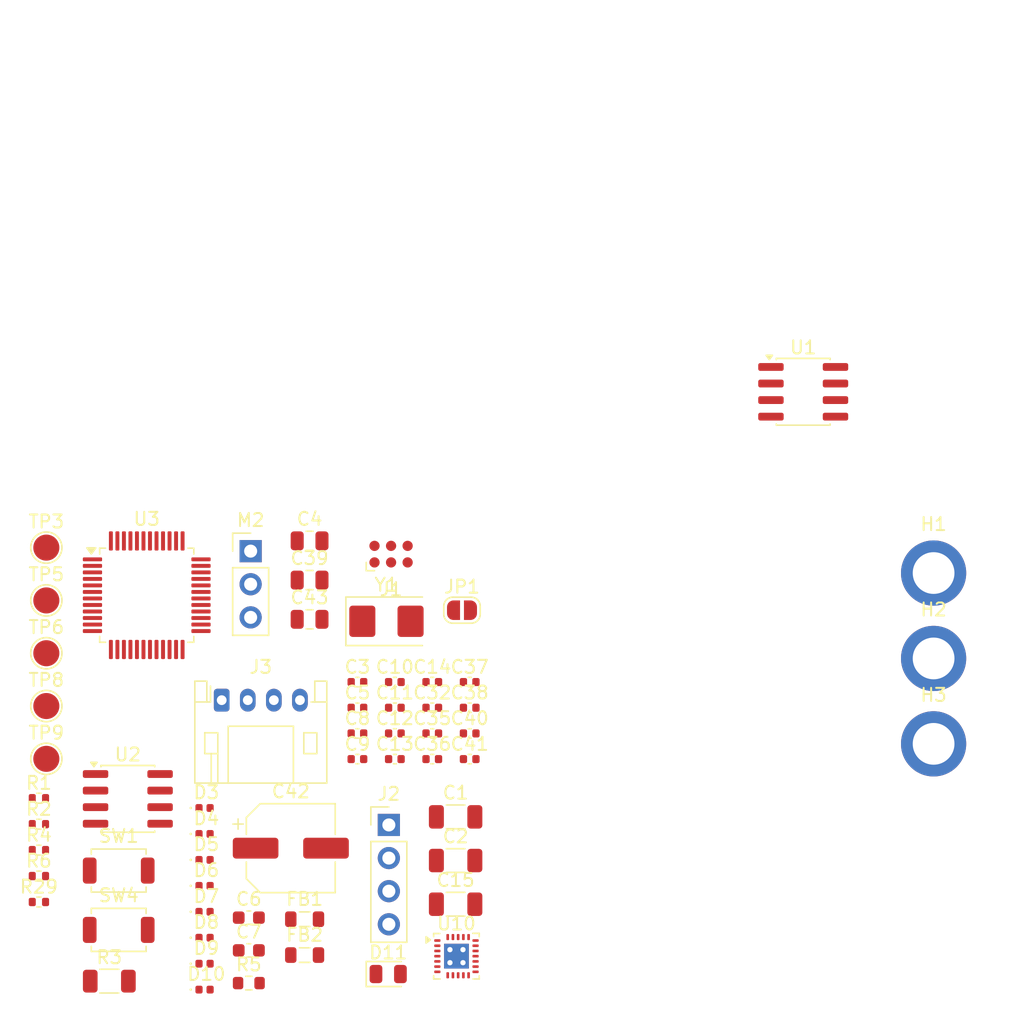
<source format=kicad_pcb>
(kicad_pcb (version 20241229) (generator "pcbnew") (generator_version "9.0")
  (layers (0 "F.Cu" signal) (2 "B.Cu" signal) (13 "F.Paste" user) (15 "B.Paste" user) (5 "F.SilkS" user "F.Silkscreen") (7 "B.SilkS" user "B.Silkscreen") (1 "F.Mask" user) (3 "B.Mask" user) (25 "Edge.Cuts" user))
  (net 0 "")
  (net 1 "+BATT")
  (net 2 "GND")
  (net 3 "+3V3")
  (net 4 "/NRST")
  (net 5 "/XTAL_I")
  (net 6 "/XTAL_RO")
  (net 7 "Net-(U3-VDDA)")
  (net 8 "Net-(U10-CSAREF)")
  (net 9 "Net-(U10-CP)")
  (net 10 "/SWO")
  (net 11 "/SWDIO")
  (net 12 "/SWCLK")
  (net 13 "/CANL")
  (net 14 "/CANH")
  (net 15 "Net-(D11-A)")
  (net 16 "Net-(J2-Pin_2)")
  (net 17 "Net-(J2-Pin_1)")
  (net 18 "Net-(J2-Pin_3)")
  (net 19 "Net-(J2-Pin_4)")
  (net 20 "Net-(JP1-B)")
  (net 21 "Net-(U10-OUTB)")
  (net 22 "Net-(U10-OUTA)")
  (net 23 "Net-(U10-OUTC)")
  (net 24 "/SCL")
  (net 25 "/SDA")
  (net 26 "/BOOT")
  (net 27 "/XTAL_O")
  (net 28 "Net-(U3-PA15)")
  (net 29 "/~{FAULT}")
  (net 30 "/SOC")
  (net 31 "/INHA")
  (net 34 "/CAN_RX")
  (net 36 "/CAN_TX")
  (net 37 "/INLC")
  (net 38 "/INHB")
  (net 40 "/INLB")
  (net 41 "/SOB")
  (net 46 "/SOA")
  (net 55 "/INLA")
  (net 56 "/INHC")
  (net 58 "+5V")
  (footprint "GLCS:Diode_DFN1006" (layer "F.Cu") (at 94.085 137.9)
    (property "Reference" "D5" (at 0.14 -1.2 0) (layer "F.SilkS"))
    (property "Value" "H5VU10U")
    (pad "1" smd roundrect (at -0.425 0) (size 0.55 0.6) (layers "F.Cu" "F.Mask" "F.Paste") (net 12 "/SWCLK"))
    (pad "2" smd roundrect (at 0.425 0) (size 0.55 0.6) (layers "F.Cu" "F.Mask" "F.Paste") (net 2 "GND"))
  )
  (footprint "Capacitor_SMD:C_0603_1608Metric" (layer "F.Cu") (at 97.48 144.84)
    (property "Reference" "C7" (at 0 -1.43 0) (layer "F.SilkS"))
    (property "Value" "20p")
    (pad "1" smd roundrect (at -0.775 0) (size 0.9 0.95) (layers "F.Cu" "F.Mask" "F.Paste") (net 6 "/XTAL_RO"))
    (pad "2" smd roundrect (at 0.775 0) (size 0.9 0.95) (layers "F.Cu" "F.Mask" "F.Paste") (net 2 "GND"))
  )
  (footprint "Button_Switch_SMD:SW_SPST_TS-1088-xR020" (layer "F.Cu") (at 87.5 138.72)
    (property "Reference" "SW1" (at 0 -2.65 0) (layer "F.SilkS"))
    (property "Value" "SW_Push")
    (pad "1" smd roundrect (at -2.225 0) (size 1.05 2) (layers "F.Cu" "F.Mask" "F.Paste") (roundrect_rratio 0.2380952381) (net 3 "+3V3"))
    (pad "2" smd roundrect (at 2.225 0) (size 1.05 2) (layers "F.Cu" "F.Mask" "F.Paste") (roundrect_rratio 0.2380952381) (net 26 "/BOOT"))
  )
  (footprint "Capacitor_SMD:C_0402_1005Metric" (layer "F.Cu") (at 114.42 124.26)
    (property "Reference" "C37" (at 0 -1.16 0) (layer "F.SilkS"))
    (property "Value" "0u1")
    (pad "1" smd roundrect (at -0.48 0) (size 0.56 0.62) (layers "F.Cu" "F.Mask" "F.Paste") (net 9 "Net-(U10-CP)"))
    (pad "2" smd roundrect (at 0.48 0) (size 0.56 0.62) (layers "F.Cu" "F.Mask" "F.Paste") (net 1 "+BATT"))
  )
  (footprint "GLCS:MountingHole_3.2mm_M3_DIN965_Pad_Thin" (layer "F.Cu") (at 150 129)
    (property "Reference" "H3" (at 0 -3.75 0) (layer "F.SilkS"))
    (property "Value" "MountingHole_Pad")
    (pad "1" thru_hole circle (at 0 0) (size 5 5) (drill 3.2) (layers "*.Cu" "*.Mask") (net 2 "GND"))
  )
  (footprint "Capacitor_SMD:C_0402_1005Metric" (layer "F.Cu") (at 114.42 128.2)
    (property "Reference" "C40" (at 0 -1.16 0) (layer "F.SilkS"))
    (property "Value" "0u1")
    (pad "1" smd roundrect (at -0.48 0) (size 0.56 0.62) (layers "F.Cu" "F.Mask" "F.Paste") (net 2 "GND"))
    (pad "2" smd roundrect (at 0.48 0) (size 0.56 0.62) (layers "F.Cu" "F.Mask" "F.Paste") (net 1 "+BATT"))
  )
  (footprint "GLCS:Diode_DFN1006" (layer "F.Cu") (at 94.085 139.89)
    (property "Reference" "D6" (at 0.14 -1.2 0) (layer "F.SilkS"))
    (property "Value" "H5VU10U")
    (pad "1" smd roundrect (at -0.425 0) (size 0.55 0.6) (layers "F.Cu" "F.Mask" "F.Paste") (net 4 "/NRST"))
    (pad "2" smd roundrect (at 0.425 0) (size 0.55 0.6) (layers "F.Cu" "F.Mask" "F.Paste") (net 2 "GND"))
  )
  (footprint "TestPoint:TestPoint_Pad_D2.0mm" (layer "F.Cu") (at 81.95 130.15)
    (property "Reference" "TP9" (at 0 -1.998 0) (layer "F.SilkS"))
    (property "Value" "TestPoint")
    (pad "1" smd circle (at 0 0) (size 2 2) (layers "F.Cu" "F.Mask") (net 8 "Net-(U10-CSAREF)"))
  )
  (footprint "Inductor_SMD:L_0805_2012Metric" (layer "F.Cu") (at 101.76 142.45)
    (property "Reference" "FB1" (at 0 -1.55 0) (layer "F.SilkS"))
    (property "Value" "600Ω@100M")
    (pad "1" smd roundrect (at -1.0625 0) (size 0.875 1.2) (layers "F.Cu" "F.Mask" "F.Paste") (net 7 "Net-(U3-VDDA)"))
    (pad "2" smd roundrect (at 1.0625 0) (size 0.875 1.2) (layers "F.Cu" "F.Mask" "F.Paste") (net 3 "+3V3"))
  )
  (footprint "Capacitor_SMD:C_0805_2012Metric" (layer "F.Cu") (at 102.14 116.44)
    (property "Reference" "C39" (at 0 -1.68 0) (layer "F.SilkS"))
    (property "Value" "10u")
    (pad "1" smd roundrect (at -0.95 0) (size 1 1.45) (layers "F.Cu" "F.Mask" "F.Paste") (net 2 "GND"))
    (pad "2" smd roundrect (at 0.95 0) (size 1 1.45) (layers "F.Cu" "F.Mask" "F.Paste") (net 1 "+BATT"))
  )
  (footprint "Capacitor_SMD:C_0402_1005Metric" (layer "F.Cu") (at 108.68 130.17)
    (property "Reference" "C13" (at 0 -1.16 0) (layer "F.SilkS"))
    (property "Value" "1u")
    (pad "1" smd roundrect (at -0.48 0) (size 0.56 0.62) (layers "F.Cu" "F.Mask" "F.Paste") (net 7 "Net-(U3-VDDA)"))
    (pad "2" smd roundrect (at 0.48 0) (size 0.56 0.62) (layers "F.Cu" "F.Mask" "F.Paste") (net 2 "GND"))
  )
  (footprint "Capacitor_SMD:C_0402_1005Metric" (layer "F.Cu") (at 114.42 126.23)
    (property "Reference" "C38" (at 0 -1.16 0) (layer "F.SilkS"))
    (property "Value" "0u1")
    (pad "1" smd roundrect (at -0.48 0) (size 0.56 0.62) (layers "F.Cu" "F.Mask" "F.Paste") (net 2 "GND"))
    (pad "2" smd roundrect (at 0.48 0) (size 0.56 0.62) (layers "F.Cu" "F.Mask" "F.Paste") (net 1 "+BATT"))
  )
  (footprint "Package_SO:SOIC-8_3.9x4.9mm_P1.27mm" (layer "F.Cu") (at 88.2 133.22)
    (property "Reference" "U2" (at 0 -3.4 0) (layer "F.SilkS"))
    (property "Value" "SN65HVD230")
    (pad "1" smd roundrect (at -2.475 -1.905) (size 1.95 0.6) (layers "F.Cu" "F.Mask" "F.Paste") (net 36 "/CAN_TX"))
    (pad "2" smd roundrect (at -2.475 -0.635) (size 1.95 0.6) (layers "F.Cu" "F.Mask" "F.Paste") (net 2 "GND"))
    (pad "3" smd roundrect (at -2.475 0.635) (size 1.95 0.6) (layers "F.Cu" "F.Mask" "F.Paste") (net 3 "+3V3"))
    (pad "4" smd roundrect (at -2.475 1.905) (size 1.95 0.6) (layers "F.Cu" "F.Mask" "F.Paste") (net 34 "/CAN_RX"))
    (pad "5" smd roundrect (at 2.475 1.905) (size 1.95 0.6) (layers "F.Cu" "F.Mask" "F.Paste"))
    (pad "6" smd roundrect (at 2.475 0.635) (size 1.95 0.6) (layers "F.Cu" "F.Mask" "F.Paste") (net 13 "/CANL"))
    (pad "7" smd roundrect (at 2.475 -0.635) (size 1.95 0.6) (layers "F.Cu" "F.Mask" "F.Paste") (net 14 "/CANH"))
    (pad "8" smd roundrect (at 2.475 -1.905) (size 1.95 0.6) (layers "F.Cu" "F.Mask" "F.Paste") (net 2 "GND"))
  )
  (footprint "Capacitor_SMD:C_0402_1005Metric" (layer "F.Cu") (at 111.55 130.17)
    (property "Reference" "C36" (at 0 -1.16 0) (layer "F.SilkS"))
    (property "Value" "10n")
    (pad "1" smd roundrect (at -0.48 0) (size 0.56 0.62) (layers "F.Cu" "F.Mask" "F.Paste") (net 8 "Net-(U10-CSAREF)"))
    (pad "2" smd roundrect (at 0.48 0) (size 0.56 0.62) (layers "F.Cu" "F.Mask" "F.Paste") (net 2 "GND"))
  )
  (footprint "Capacitor_SMD:C_0402_1005Metric" (layer "F.Cu") (at 111.55 126.23)
    (property "Reference" "C32" (at 0 -1.16 0) (layer "F.SilkS"))
    (property "Value" "1u")
    (pad "1" smd roundrect (at -0.48 0) (size 0.56 0.62) (layers "F.Cu" "F.Mask" "F.Paste") (net 3 "+3V3"))
    (pad "2" smd roundrect (at 0.48 0) (size 0.56 0.62) (layers "F.Cu" "F.Mask" "F.Paste") (net 2 "GND"))
  )
  (footprint "Jumper:SolderJumper-2_P1.3mm_Open_RoundedPad1.0x1.5mm" (layer "F.Cu") (at 113.83 118.75)
    (property "Reference" "JP1" (at 0 -1.8 0) (layer "F.SilkS"))
    (property "Value" "Jumper_2_Small_Bridged")
    (pad "1" smd custom (at -0.65 0) (size 1 0.5) (layers "F.Cu" "F.Mask") (net 13 "/CANL") (options (clearance outline) (anchor rect)) (primitives (gr_circle (center 0 0.25) (end 0.5 0.25) (width 0) (fill yes)) (gr_circle (center 0 -0.25) (end 0.5 -0.25) (width 0) (fill yes)) (gr_poly (pts (xy 0.5 0.75) (xy 0 0.75) (xy 0 -0.75) (xy 0.5 -0.75)) (width 0) (fill yes))))
    (pad "2" smd custom (at 0.65 0) (size 1 0.5) (layers "F.Cu" "F.Mask") (net 20 "Net-(JP1-B)") (options (clearance outline) (anchor rect)) (primitives (gr_circle (center 0 0.25) (end 0.5 0.25) (width 0) (fill yes)) (gr_circle (center 0 -0.25) (end 0.5 -0.25) (width 0) (fill yes)) (gr_poly (pts (xy 0 0.75) (xy -0.5 0.75) (xy -0.5 -0.75) (xy 0 -0.75)) (width 0) (fill yes))))
  )
  (footprint "Capacitor_SMD:C_0402_1005Metric" (layer "F.Cu") (at 108.68 126.23)
    (property "Reference" "C11" (at 0 -1.16 0) (layer "F.SilkS"))
    (property "Value" "0u1")
    (pad "1" smd roundrect (at -0.48 0) (size 0.56 0.62) (layers "F.Cu" "F.Mask" "F.Paste") (net 3 "+3V3"))
    (pad "2" smd roundrect (at 0.48 0) (size 0.56 0.62) (layers "F.Cu" "F.Mask" "F.Paste") (net 2 "GND"))
  )
  (footprint "Resistor_SMD:R_0603_1608Metric" (layer "F.Cu") (at 97.48 147.35)
    (property "Reference" "R5" (at 0 -1.43 0) (layer "F.SilkS"))
    (property "Value" "560")
    (pad "1" smd roundrect (at -0.825 0) (size 0.8 0.95) (layers "F.Cu" "F.Mask" "F.Paste") (net 6 "/XTAL_RO"))
    (pad "2" smd roundrect (at 0.825 0) (size 0.8 0.95) (layers "F.Cu" "F.Mask" "F.Paste") (net 27 "/XTAL_O"))
  )
  (footprint "Connector_PinHeader_2.54mm:PinHeader_1x04_P2.54mm_Vertical" (layer "F.Cu") (at 108.22 135.22)
    (property "Reference" "J2" (at 0 -2.38 0) (layer "F.SilkS"))
    (property "Value" "Conn_01x04_Pin")
    (pad "1" thru_hole rect (at 0 0) (size 1.7 1.7) (drill 1) (layers "*.Cu" "*.Mask") (net 17 "Net-(J2-Pin_1)"))
    (pad "2" thru_hole circle (at 0 2.54) (size 1.7 1.7) (drill 1) (layers "*.Cu" "*.Mask") (net 16 "Net-(J2-Pin_2)"))
    (pad "3" thru_hole circle (at 0 5.08) (size 1.7 1.7) (drill 1) (layers "*.Cu" "*.Mask") (net 18 "Net-(J2-Pin_3)"))
    (pad "4" thru_hole circle (at 0 7.62) (size 1.7 1.7) (drill 1) (layers "*.Cu" "*.Mask") (net 19 "Net-(J2-Pin_4)"))
  )
  (footprint "Capacitor_SMD:C_0402_1005Metric" (layer "F.Cu") (at 111.55 124.26)
    (property "Reference" "C14" (at 0 -1.16 0) (layer "F.SilkS"))
    (property "Value" "10n")
    (pad "1" smd roundrect (at -0.48 0) (size 0.56 0.62) (layers "F.Cu" "F.Mask" "F.Paste") (net 7 "Net-(U3-VDDA)"))
    (pad "2" smd roundrect (at 0.48 0) (size 0.56 0.62) (layers "F.Cu" "F.Mask" "F.Paste") (net 2 "GND"))
  )
  (footprint "Capacitor_SMD:C_0402_1005Metric" (layer "F.Cu") (at 105.81 124.26)
    (property "Reference" "C3" (at 0 -1.16 0) (layer "F.SilkS"))
    (property "Value" "0u1")
    (pad "1" smd roundrect (at -0.48 0) (size 0.56 0.62) (layers "F.Cu" "F.Mask" "F.Paste") (net 3 "+3V3"))
    (pad "2" smd roundrect (at 0.48 0) (size 0.56 0.62) (layers "F.Cu" "F.Mask" "F.Paste") (net 2 "GND"))
  )
  (footprint "Capacitor_SMD:CP_Elec_6.3x7.7" (layer "F.Cu") (at 100.7 137)
    (property "Reference" "C42" (at 0 -4.35 0) (layer "F.SilkS"))
    (property "Value" "100u")
    (pad "1" smd roundrect (at -2.7 0) (size 3.5 1.6) (layers "F.Cu" "F.Mask" "F.Paste") (roundrect_rratio 0.15625) (net 1 "+BATT"))
    (pad "2" smd roundrect (at 2.7 0) (size 3.5 1.6) (layers "F.Cu" "F.Mask" "F.Paste") (roundrect_rratio 0.15625) (net 2 "GND"))
  )
  (footprint "Connector_PinHeader_2.54mm:PinHeader_1x03_P2.54mm_Vertical" (layer "F.Cu") (at 97.62 114.22)
    (property "Reference" "M2" (at 0 -2.38 0) (layer "F.SilkS"))
    (property "Value" "Motor_3_Phases")
    (pad "1" thru_hole rect (at 0 0) (size 1.7 1.7) (drill 1) (layers "*.Cu" "*.Mask") (net 22 "Net-(U10-OUTA)"))
    (pad "2" thru_hole circle (at 0 2.54) (size 1.7 1.7) (drill 1) (layers "*.Cu" "*.Mask") (net 21 "Net-(U10-OUTB)"))
    (pad "3" thru_hole circle (at 0 5.08) (size 1.7 1.7) (drill 1) (layers "*.Cu" "*.Mask") (net 23 "Net-(U10-OUTC)"))
  )
  (footprint "Package_QFP:LQFP-48_7x7mm_P0.5mm" (layer "F.Cu") (at 89.65 117.6)
    (property "Reference" "U3" (at 0 -5.85 0) (layer "F.SilkS"))
    (property "Value" "STM32F103C8Tx")
    (pad "1" smd roundrect (at -4.1625 -2.75) (size 1.475 0.3) (layers "F.Cu" "F.Mask" "F.Paste") (net 3 "+3V3"))
    (pad "2" smd roundrect (at -4.1625 -2.25) (size 1.475 0.3) (layers "F.Cu" "F.Mask" "F.Paste"))
    (pad "3" smd roundrect (at -4.1625 -1.75) (size 1.475 0.3) (layers "F.Cu" "F.Mask" "F.Paste"))
    (pad "4" smd roundrect (at -4.1625 -1.25) (size 1.475 0.3) (layers "F.Cu" "F.Mask" "F.Paste"))
    (pad "5" smd roundrect (at -4.1625 -0.75) (size 1.475 0.3) (layers "F.Cu" "F.Mask" "F.Paste") (net 5 "/XTAL_I"))
    (pad "6" smd roundrect (at -4.1625 -0.25) (size 1.475 0.3) (layers "F.Cu" "F.Mask" "F.Paste") (net 27 "/XTAL_O"))
    (pad "7" smd roundrect (at -4.1625 0.25) (size 1.475 0.3) (layers "F.Cu" "F.Mask" "F.Paste") (net 4 "/NRST"))
    (pad "8" smd roundrect (at -4.1625 0.75) (size 1.475 0.3) (layers "F.Cu" "F.Mask" "F.Paste") (net 2 "GND"))
    (pad "9" smd roundrect (at -4.1625 1.25) (size 1.475 0.3) (layers "F.Cu" "F.Mask" "F.Paste") (net 7 "Net-(U3-VDDA)"))
    (pad "10" smd roundrect (at -4.1625 1.75) (size 1.475 0.3) (layers "F.Cu" "F.Mask" "F.Paste"))
    (pad "11" smd roundrect (at -4.1625 2.25) (size 1.475 0.3) (layers "F.Cu" "F.Mask" "F.Paste") (net 46 "/SOA"))
    (pad "12" smd roundrect (at -4.1625 2.75) (size 1.475 0.3) (layers "F.Cu" "F.Mask" "F.Paste") (net 41 "/SOB"))
    (pad "13" smd roundrect (at -2.75 4.1625) (size 0.3 1.475) (layers "F.Cu" "F.Mask" "F.Paste") (net 30 "/SOC"))
    (pad "14" smd roundrect (at -2.25 4.1625) (size 0.3 1.475) (layers "F.Cu" "F.Mask" "F.Paste"))
    (pad "15" smd roundrect (at -1.75 4.1625) (size 0.3 1.475) (layers "F.Cu" "F.Mask" "F.Paste") (net 29 "/~{FAULT}"))
    (pad "16" smd roundrect (at -1.25 4.1625) (size 0.3 1.475) (layers "F.Cu" "F.Mask" "F.Paste"))
    (pad "17" smd roundrect (at -0.75 4.1625) (size 0.3 1.475) (layers "F.Cu" "F.Mask" "F.Paste"))
    (pad "18" smd roundrect (at -0.25 4.1625) (size 0.3 1.475) (layers "F.Cu" "F.Mask" "F.Paste"))
    (pad "19" smd roundrect (at 0.25 4.1625) (size 0.3 1.475) (layers "F.Cu" "F.Mask" "F.Paste"))
    (pad "20" smd roundrect (at 0.75 4.1625) (size 0.3 1.475) (layers "F.Cu" "F.Mask" "F.Paste"))
    (pad "21" smd roundrect (at 1.25 4.1625) (size 0.3 1.475) (layers "F.Cu" "F.Mask" "F.Paste") (net 18 "Net-(J2-Pin_3)"))
    (pad "22" smd roundrect (at 1.75 4.1625) (size 0.3 1.475) (layers "F.Cu" "F.Mask" "F.Paste") (net 19 "Net-(J2-Pin_4)"))
    (pad "23" smd roundrect (at 2.25 4.1625) (size 0.3 1.475) (layers "F.Cu" "F.Mask" "F.Paste") (net 2 "GND"))
    (pad "24" smd roundrect (at 2.75 4.1625) (size 0.3 1.475) (layers "F.Cu" "F.Mask" "F.Paste") (net 3 "+3V3"))
    (pad "25" smd roundrect (at 4.1625 2.75) (size 1.475 0.3) (layers "F.Cu" "F.Mask" "F.Paste"))
    (pad "26" smd roundrect (at 4.1625 2.25) (size 1.475 0.3) (layers "F.Cu" "F.Mask" "F.Paste") (net 55 "/INLA"))
    (pad "27" smd roundrect (at 4.1625 1.75) (size 1.475 0.3) (layers "F.Cu" "F.Mask" "F.Paste") (net 40 "/INLB"))
    (pad "28" smd roundrect (at 4.1625 1.25) (size 1.475 0.3) (layers "F.Cu" "F.Mask" "F.Paste") (net 37 "/INLC"))
    (pad "29" smd roundrect (at 4.1625 0.75) (size 1.475 0.3) (layers "F.Cu" "F.Mask" "F.Paste") (net 31 "/INHA"))
    (pad "30" smd roundrect (at 4.1625 0.25) (size 1.475 0.3) (layers "F.Cu" "F.Mask" "F.Paste") (net 38 "/INHB"))
    (pad "31" smd roundrect (at 4.1625 -0.25) (size 1.475 0.3) (layers "F.Cu" "F.Mask" "F.Paste") (net 56 "/INHC"))
    (pad "32" smd roundrect (at 4.1625 -0.75) (size 1.475 0.3) (layers "F.Cu" "F.Mask" "F.Paste") (net 34 "/CAN_RX"))
    (pad "33" smd roundrect (at 4.1625 -1.25) (size 1.475 0.3) (layers "F.Cu" "F.Mask" "F.Paste") (net 36 "/CAN_TX"))
    (pad "34" smd roundrect (at 4.1625 -1.75) (size 1.475 0.3) (layers "F.Cu" "F.Mask" "F.Paste") (net 11 "/SWDIO"))
    (pad "35" smd roundrect (at 4.1625 -2.25) (size 1.475 0.3) (layers "F.Cu" "F.Mask" "F.Paste") (net 2 "GND"))
    (pad "36" smd roundrect (at 4.1625 -2.75) (size 1.475 0.3) (layers "F.Cu" "F.Mask" "F.Paste") (net 3 "+3V3"))
    (pad "37" smd roundrect (at 2.75 -4.1625) (size 0.3 1.475) (layers "F.Cu" "F.Mask" "F.Paste") (net 12 "/SWCLK"))
    (pad "38" smd roundrect (at 2.25 -4.1625) (size 0.3 1.475) (layers "F.Cu" "F.Mask" "F.Paste") (net 28 "Net-(U3-PA15)"))
    (pad "39" smd roundrect (at 1.75 -4.1625) (size 0.3 1.475) (layers "F.Cu" "F.Mask" "F.Paste") (net 10 "/SWO"))
    (pad "40" smd roundrect (at 1.25 -4.1625) (size 0.3 1.475) (layers "F.Cu" "F.Mask" "F.Paste"))
    (pad "41" smd roundrect (at 0.75 -4.1625) (size 0.3 1.475) (layers "F.Cu" "F.Mask" "F.Paste"))
    (pad "42" smd roundrect (at 0.25 -4.1625) (size 0.3 1.475) (layers "F.Cu" "F.Mask" "F.Paste") (net 24 "/SCL"))
    (pad "43" smd roundrect (at -0.25 -4.1625) (size 0.3 1.475) (layers "F.Cu" "F.Mask" "F.Paste") (net 25 "/SDA"))
    (pad "44" smd roundrect (at -0.75 -4.1625) (size 0.3 1.475) (layers "F.Cu" "F.Mask" "F.Paste") (net 26 "/BOOT"))
    (pad "45" smd roundrect (at -1.25 -4.1625) (size 0.3 1.475) (layers "F.Cu" "F.Mask" "F.Paste") (net 17 "Net-(J2-Pin_1)"))
    (pad "46" smd roundrect (at -1.75 -4.1625) (size 0.3 1.475) (layers "F.Cu" "F.Mask" "F.Paste") (net 16 "Net-(J2-Pin_2)"))
    (pad "47" smd roundrect (at -2.25 -4.1625) (size 0.3 1.475) (layers "F.Cu" "F.Mask" "F.Paste") (net 2 "GND"))
    (pad "48" smd roundrect (at -2.75 -4.1625) (size 0.3 1.475) (layers "F.Cu" "F.Mask" "F.Paste") (net 3 "+3V3"))
  )
  (footprint "GLCS:Diode_DFN1006" (layer "F.Cu") (at 94.085 143.87)
    (property "Reference" "D8" (at 0.14 -1.2 0) (layer "F.SilkS"))
    (property "Value" "H5VU10U")
    (pad "1" smd roundrect (at -0.425 0) (size 0.55 0.6) (layers "F.Cu" "F.Mask" "F.Paste") (net 1 "+BATT"))
    (pad "2" smd roundrect (at 0.425 0) (size 0.55 0.6) (layers "F.Cu" "F.Mask" "F.Paste") (net 2 "GND"))
  )
  (footprint "Resistor_SMD:R_0402_1005Metric" (layer "F.Cu") (at 81.38 133.17)
    (property "Reference" "R1" (at 0 -1.17 0) (layer "F.SilkS"))
    (property "Value" "10k")
    (pad "1" smd roundrect (at -0.51 0) (size 0.54 0.64) (layers "F.Cu" "F.Mask" "F.Paste") (net 24 "/SCL"))
    (pad "2" smd roundrect (at 0.51 0) (size 0.54 0.64) (layers "F.Cu" "F.Mask" "F.Paste") (net 3 "+3V3"))
  )
  (footprint "GLCS:Texas_RRW0024A_WQFN-24-1EP_2x2mm_P0.4mmThermalVias" (layer "F.Cu") (at 113.405 145.285)
    (property "Reference" "U10" (at 0 -2.5 0) (layer "F.SilkS"))
    (property "Value" "DRV8311H")
    (pad "1" smd roundrect (at -1.465 -1.2) (size 0.47 0.2) (layers "F.Cu" "F.Mask" "F.Paste") (net 29 "/~{FAULT}"))
    (pad "2" smd roundrect (at -1.465 -0.8) (size 0.47 0.2) (layers "F.Cu" "F.Mask" "F.Paste") (net 8 "Net-(U10-CSAREF)"))
    (pad "3" smd roundrect (at -1.465 -0.4) (size 0.47 0.2) (layers "F.Cu" "F.Mask" "F.Paste") (net 30 "/SOC"))
    (pad "4" smd roundrect (at -1.465 0) (size 0.47 0.2) (layers "F.Cu" "F.Mask" "F.Paste") (net 41 "/SOB"))
    (pad "5" smd roundrect (at -1.465 0.4) (size 0.47 0.2) (layers "F.Cu" "F.Mask" "F.Paste") (net 46 "/SOA"))
    (pad "6" smd roundrect (at -1.465 0.8) (size 0.47 0.2) (layers "F.Cu" "F.Mask" "F.Paste") (net 9 "Net-(U10-CP)"))
    (pad "7" smd roundrect (at -1.465 1.2 180) (size 0.47 0.2) (layers "F.Cu" "F.Mask" "F.Paste") (net 1 "+BATT"))
    (pad "8" smd roundrect (at -0.67 1.465 90) (size 0.47 0.2) (layers "F.Cu" "F.Mask" "F.Paste") (net 1 "+BATT"))
    (pad "9" smd roundrect (at -0.27 1.465 90) (size 0.47 0.2) (layers "F.Cu" "F.Mask" "F.Paste") (net 2 "GND"))
    (pad "10" smd roundrect (at 0.13 1.465 90) (size 0.47 0.2) (layers "F.Cu" "F.Mask" "F.Paste") (net 22 "Net-(U10-OUTA)"))
    (pad "11" smd roundrect (at 0.53 1.465 90) (size 0.47 0.2) (layers "F.Cu" "F.Mask" "F.Paste") (net 21 "Net-(U10-OUTB)"))
    (pad "12" smd roundrect (at 0.93 1.465 90) (size 0.47 0.2) (layers "F.Cu" "F.Mask" "F.Paste") (net 23 "Net-(U10-OUTC)"))
    (pad "13" smd roundrect (at 1.465 1.2) (size 0.47 0.2) (layers "F.Cu" "F.Mask" "F.Paste") (net 56 "/INHC"))
    (pad "14" smd roundrect (at 1.465 0.8) (size 0.47 0.2) (layers "F.Cu" "F.Mask" "F.Paste") (net 38 "/INHB"))
    (pad "15" smd roundrect (at 1.465 0.4) (size 0.47 0.2) (layers "F.Cu" "F.Mask" "F.Paste") (net 31 "/INHA"))
    (pad "16" smd roundrect (at 1.465 0) (size 0.47 0.2) (layers "F.Cu" "F.Mask" "F.Paste") (net 2 "GND"))
    (pad "17" smd roundrect (at 1.465 -0.4) (size 0.47 0.2) (layers "F.Cu" "F.Mask" "F.Paste") (net 3 "+3V3"))
    (pad "18" smd roundrect (at 1.465 -0.8) (size 0.47 0.2) (layers "F.Cu" "F.Mask" "F.Paste") (net 55 "/INLA"))
    (pad "19" smd roundrect (at 1.465 -1.2 180) (size 0.47 0.2) (layers "F.Cu" "F.Mask" "F.Paste") (net 40 "/INLB"))
    (pad "20" smd roundrect (at 0.93 -1.465 90) (size 0.47 0.2) (layers "F.Cu" "F.Mask" "F.Paste") (net 37 "/INLC"))
    (pad "21" smd roundrect (at 0.53 -1.465 90) (size 0.47 0.2) (layers "F.Cu" "F.Mask" "F.Paste"))
    (pad "22" smd roundrect (at 0.13 -1.465 90) (size 0.47 0.2) (layers "F.Cu" "F.Mask" "F.Paste"))
    (pad "23" smd roundrect (at -0.27 -1.465 90) (size 0.47 0.2) (layers "F.Cu" "F.Mask" "F.Paste") (net 2 "GND"))
    (pad "24" smd roundrect (at -0.67 -1.465 90) (size 0.47 0.2) (layers "F.Cu" "F.Mask" "F.Paste") (net 58 "+5V"))
    (pad "25" thru_hole circle (at -0.5 -0.5) (size 0.5 0.5) (drill 0.4) (property pad_prop_heatsink) (layers "*.Cu") (net 2 "GND"))
    (pad "25" thru_hole circle (at -0.5 0.5) (size 0.5 0.5) (drill 0.4) (property pad_prop_heatsink) (layers "*.Cu") (net 2 "GND"))
    (pad "25" smd rect (at 0 0) (size 1.9 1.9) (property pad_prop_heatsink) (layers "F.Cu" "F.Mask") (net 2 "GND"))
    (pad "25" smd rect (at 0 0) (size 1.9 1.9) (property pad_prop_heatsink) (layers "B.Cu") (net 2 "GND"))
    (pad "25" thru_hole circle (at 0.5 -0.5) (size 0.5 0.5) (drill 0.4) (property pad_prop_heatsink) (layers "*.Cu") (net 2 "GND"))
    (pad "25" thru_hole circle (at 0.5 0.5) (size 0.5 0.5) (drill 0.4) (property pad_prop_heatsink) (layers "*.Cu") (net 2 "GND"))
  )
  (footprint "Connector:Tag-Connect_TC2030-IDC-NL_2x03_P1.27mm_Vertical" (layer "F.Cu") (at 108.39 114.45)
    (property "Reference" "J1" (at 0 2.7 0) (layer "F.SilkS"))
    (property "Value" "TC2030")
    (pad "" np_thru_hole circle (at -2.54 0) (size 0.9906 0.9906) (drill 0.9906) (layers "*.Cu" "*.Mask"))
    (pad "" np_thru_hole circle (at 2.54 -1.016) (size 0.9906 0.9906) (drill 0.9906) (layers "*.Cu" "*.Mask"))
    (pad "" np_thru_hole circle (at 2.54 1.016) (size 0.9906 0.9906) (drill 0.9906) (layers "*.Cu" "*.Mask"))
    (pad "1" connect circle (at -1.27 0.635) (size 0.7874 0.7874) (layers "F.Cu" "F.Mask") (net 3 "+3V3"))
    (pad "2" connect circle (at -1.27 -0.635) (size 0.7874 0.7874) (layers "F.Cu" "F.Mask") (net 11 "/SWDIO"))
    (pad "3" connect circle (at 0 0.635) (size 0.7874 0.7874) (layers "F.Cu" "F.Mask") (net 4 "/NRST"))
    (pad "4" connect circle (at 0 -0.635) (size 0.7874 0.7874) (layers "F.Cu" "F.Mask") (net 12 "/SWCLK"))
    (pad "5" connect circle (at 1.27 0.635) (size 0.7874 0.7874) (layers "F.Cu" "F.Mask") (net 2 "GND"))
    (pad "6" connect circle (at 1.27 -0.635) (size 0.7874 0.7874) (layers "F.Cu" "F.Mask") (net 10 "/SWO"))
  )
  (footprint "Capacitor_SMD:C_1206_3216Metric" (layer "F.Cu") (at 113.34 134.6)
    (property "Reference" "C1" (at 0 -1.85 0) (layer "F.SilkS"))
    (property "Value" "22u")
    (pad "1" smd roundrect (at -1.475 0) (size 1.15 1.8) (layers "F.Cu" "F.Mask" "F.Paste") (roundrect_rratio 0.217391) (net 1 "+BATT"))
    (pad "2" smd roundrect (at 1.475 0) (size 1.15 1.8) (layers "F.Cu" "F.Mask" "F.Paste") (roundrect_rratio 0.217391) (net 2 "GND"))
  )
  (footprint "Capacitor_SMD:C_0805_2012Metric" (layer "F.Cu") (at 102.14 113.43)
    (property "Reference" "C4" (at 0 -1.68 0) (layer "F.SilkS"))
    (property "Value" "10u")
    (pad "1" smd roundrect (at -0.95 0) (size 1 1.45) (layers "F.Cu" "F.Mask" "F.Paste") (net 3 "+3V3"))
    (pad "2" smd roundrect (at 0.95 0) (size 1 1.45) (layers "F.Cu" "F.Mask" "F.Paste") (net 2 "GND"))
  )
  (footprint "Resistor_SMD:R_0402_1005Metric" (layer "F.Cu") (at 81.38 135.16)
    (property "Reference" "R2" (at 0 -1.17 0) (layer "F.SilkS"))
    (property "Value" "10k")
    (pad "1" smd roundrect (at -0.51 0) (size 0.54 0.64) (layers "F.Cu" "F.Mask" "F.Paste") (net 3 "+3V3"))
    (pad "2" smd roundrect (at 0.51 0) (size 0.54 0.64) (layers "F.Cu" "F.Mask" "F.Paste") (net 25 "/SDA"))
  )
  (footprint "Package_SO:SOIC-8_3.9x4.9mm_P1.27mm" (layer "F.Cu") (at 140 102)
    (property "Reference" "U1" (at 0 -3.4 0) (layer "F.SilkS"))
    (property "Value" "AS5600-ASOT")
    (pad "1" smd roundrect (at -2.475 -1.905) (size 1.95 0.6) (layers "F.Cu" "F.Mask" "F.Paste") (net 3 "+3V3"))
    (pad "2" smd roundrect (at -2.475 -0.635) (size 1.95 0.6) (layers "F.Cu" "F.Mask" "F.Paste") (net 3 "+3V3"))
    (pad "3" smd roundrect (at -2.475 0.635) (size 1.95 0.6) (layers "F.Cu" "F.Mask" "F.Paste"))
    (pad "4" smd roundrect (at -2.475 1.905) (size 1.95 0.6) (layers "F.Cu" "F.Mask" "F.Paste") (net 2 "GND"))
    (pad "5" smd roundrect (at 2.475 1.905) (size 1.95 0.6) (layers "F.Cu" "F.Mask" "F.Paste"))
    (pad "6" smd roundrect (at 2.475 0.635) (size 1.95 0.6) (layers "F.Cu" "F.Mask" "F.Paste") (net 25 "/SDA"))
    (pad "7" smd roundrect (at 2.475 -0.635) (size 1.95 0.6) (layers "F.Cu" "F.Mask" "F.Paste") (net 24 "/SCL"))
    (pad "8" smd roundrect (at 2.475 -1.905) (size 1.95 0.6) (layers "F.Cu" "F.Mask" "F.Paste") (net 2 "GND"))
  )
  (footprint "TestPoint:TestPoint_Pad_D2.0mm" (layer "F.Cu") (at 81.95 126.1)
    (property "Reference" "TP8" (at 0 -1.998 0) (layer "F.SilkS"))
    (property "Value" "TestPoint")
    (pad "1" smd circle (at 0 0) (size 2 2) (layers "F.Cu" "F.Mask") (net 31 "/INHA"))
  )
  (footprint "Capacitor_SMD:C_0402_1005Metric" (layer "F.Cu") (at 108.68 128.2)
    (property "Reference" "C12" (at 0 -1.16 0) (layer "F.SilkS"))
    (property "Value" "1u")
    (pad "1" smd roundrect (at -0.48 0) (size 0.56 0.62) (layers "F.Cu" "F.Mask" "F.Paste") (net 3 "+3V3"))
    (pad "2" smd roundrect (at 0.48 0) (size 0.56 0.62) (layers "F.Cu" "F.Mask" "F.Paste") (net 2 "GND"))
  )
  (footprint "Inductor_SMD:L_0805_2012Metric" (layer "F.Cu") (at 101.76 145.2)
    (property "Reference" "FB2" (at 0 -1.55 0) (layer "F.SilkS"))
    (property "Value" "600Ω@100M")
    (pad "1" smd roundrect (at -1.0625 0) (size 0.875 1.2) (layers "F.Cu" "F.Mask" "F.Paste") (net 8 "Net-(U10-CSAREF)"))
    (pad "2" smd roundrect (at 1.0625 0) (size 0.875 1.2) (layers "F.Cu" "F.Mask" "F.Paste") (net 3 "+3V3"))
  )
  (footprint "GLCS:Diode_DFN1006" (layer "F.Cu") (at 94.085 135.91)
    (property "Reference" "D4" (at 0.14 -1.2 0) (layer "F.SilkS"))
    (property "Value" "H5VU10U")
    (pad "1" smd roundrect (at -0.425 0) (size 0.55 0.6) (layers "F.Cu" "F.Mask" "F.Paste") (net 11 "/SWDIO"))
    (pad "2" smd roundrect (at 0.425 0) (size 0.55 0.6) (layers "F.Cu" "F.Mask" "F.Paste") (net 2 "GND"))
  )
  (footprint "Crystal:Crystal_SMD_5032-2Pin_5.0x3.2mm" (layer "F.Cu") (at 108.035 119.6)
    (property "Reference" "Y1" (at 0 -2.8 0) (layer "F.SilkS"))
    (property "Value" "8M")
    (pad "1" smd roundrect (at -1.85 0) (size 2 2.4) (layers "F.Cu" "F.Mask" "F.Paste") (roundrect_rratio 0.125) (net 6 "/XTAL_RO"))
    (pad "2" smd roundrect (at 1.85 0) (size 2 2.4) (layers "F.Cu" "F.Mask" "F.Paste") (roundrect_rratio 0.125) (net 5 "/XTAL_I"))
  )
  (footprint "Button_Switch_SMD:SW_SPST_TS-1088-xR020" (layer "F.Cu") (at 87.5 143.27)
    (property "Reference" "SW4" (at 0 -2.65 0) (layer "F.SilkS"))
    (property "Value" "SW_Push")
    (pad "1" smd roundrect (at -2.225 0) (size 1.05 2) (layers "F.Cu" "F.Mask" "F.Paste") (roundrect_rratio 0.2380952381) (net 2 "GND"))
    (pad "2" smd roundrect (at 2.225 0) (size 1.05 2) (layers "F.Cu" "F.Mask" "F.Paste") (roundrect_rratio 0.2380952381) (net 4 "/NRST"))
  )
  (footprint "Resistor_SMD:R_0402_1005Metric" (layer "F.Cu") (at 81.38 141.13)
    (property "Reference" "R29" (at 0 -1.17 0) (layer "F.SilkS"))
    (property "Value" "10k")
    (pad "1" smd roundrect (at -0.51 0) (size 0.54 0.64) (layers "F.Cu" "F.Mask" "F.Paste") (net 29 "/~{FAULT}"))
    (pad "2" smd roundrect (at 0.51 0) (size 0.54 0.64) (layers "F.Cu" "F.Mask" "F.Paste") (net 3 "+3V3"))
  )
  (footprint "LED_SMD:LED_0805_2012Metric" (layer "F.Cu") (at 108.17 146.655)
    (property "Reference" "D11" (at 0 -1.65 0) (layer "F.SilkS"))
    (property "Value" "YELLOW")
    (pad "1" smd roundrect (at -0.9375 0) (size 0.975 1.4) (layers "F.Cu" "F.Mask" "F.Paste") (net 2 "GND"))
    (pad "2" smd roundrect (at 0.9375 0) (size 0.975 1.4) (layers "F.Cu" "F.Mask" "F.Paste") (net 15 "Net-(D11-A)"))
  )
  (footprint "Resistor_SMD:R_0402_1005Metric" (layer "F.Cu") (at 81.38 139.14)
    (property "Reference" "R6" (at 0 -1.17 0) (layer "F.SilkS"))
    (property "Value" "5k1")
    (pad "1" smd roundrect (at -0.51 0) (size 0.54 0.64) (layers "F.Cu" "F.Mask" "F.Paste") (net 28 "Net-(U3-PA15)"))
    (pad "2" smd roundrect (at 0.51 0) (size 0.54 0.64) (layers "F.Cu" "F.Mask" "F.Paste") (net 15 "Net-(D11-A)"))
  )
  (footprint "GLCS:Diode_DFN1006" (layer "F.Cu") (at 94.085 141.88)
    (property "Reference" "D7" (at 0.14 -1.2 0) (layer "F.SilkS"))
    (property "Value" "H5VU10U")
    (pad "1" smd roundrect (at -0.425 0) (size 0.55 0.6) (layers "F.Cu" "F.Mask" "F.Paste") (net 3 "+3V3"))
    (pad "2" smd roundrect (at 0.425 0) (size 0.55 0.6) (layers "F.Cu" "F.Mask" "F.Paste") (net 2 "GND"))
  )
  (footprint "GLCS:Diode_DFN1006" (layer "F.Cu") (at 94.085 133.92)
    (property "Reference" "D3" (at 0.14 -1.2 0) (layer "F.SilkS"))
    (property "Value" "H5VU10U")
    (pad "1" smd roundrect (at -0.425 0) (size 0.55 0.6) (layers "F.Cu" "F.Mask" "F.Paste") (net 10 "/SWO"))
    (pad "2" smd roundrect (at 0.425 0) (size 0.55 0.6) (layers "F.Cu" "F.Mask" "F.Paste") (net 2 "GND"))
  )
  (footprint "Capacitor_SMD:C_0402_1005Metric" (layer "F.Cu") (at 111.55 128.2)
    (property "Reference" "C35" (at 0 -1.16 0) (layer "F.SilkS"))
    (property "Value" "1u")
    (pad "1" smd roundrect (at -0.48 0) (size 0.56 0.62) (layers "F.Cu" "F.Mask" "F.Paste") (net 8 "Net-(U10-CSAREF)"))
    (pad "2" smd roundrect (at 0.48 0) (size 0.56 0.62) (layers "F.Cu" "F.Mask" "F.Paste") (net 2 "GND"))
  )
  (footprint "GLCS:Diode_DFN1006" (layer "F.Cu") (at 94.085 147.85)
    (property "Reference" "D10" (at 0.14 -1.2 0) (layer "F.SilkS"))
    (property "Value" "H5VU10U")
    (pad "1" smd roundrect (at -0.425 0) (size 0.55 0.6) (layers "F.Cu" "F.Mask" "F.Paste") (net 14 "/CANH"))
    (pad "2" smd roundrect (at 0.425 0) (size 0.55 0.6) (layers "F.Cu" "F.Mask" "F.Paste") (net 2 "GND"))
  )
  (footprint "Capacitor_SMD:C_0402_1005Metric" (layer "F.Cu") (at 114.42 130.17)
    (property "Reference" "C41" (at 0 -1.16 0) (layer "F.SilkS"))
    (property "Value" "1u")
    (pad "1" smd roundrect (at -0.48 0) (size 0.56 0.62) (layers "F.Cu" "F.Mask" "F.Paste") (net 3 "+3V3"))
    (pad "2" smd roundrect (at 0.48 0) (size 0.56 0.62) (layers "F.Cu" "F.Mask" "F.Paste") (net 2 "GND"))
  )
  (footprint "Resistor_SMD:R_1206_3216Metric" (layer "F.Cu") (at 86.78 147.2)
    (property "Reference" "R3" (at 0 -1.83 0) (layer "F.SilkS"))
    (property "Value" "120")
    (pad "1" smd roundrect (at -1.4625 0) (size 1.125 1.75) (layers "F.Cu" "F.Mask" "F.Paste") (roundrect_rratio 0.222222) (net 14 "/CANH"))
    (pad "2" smd roundrect (at 1.4625 0) (size 1.125 1.75) (layers "F.Cu" "F.Mask" "F.Paste") (roundrect_rratio 0.222222) (net 20 "Net-(JP1-B)"))
  )
  (footprint "GLCS:MountingHole_3.2mm_M3_DIN965_Pad_Thin" (layer "F.Cu") (at 150 115.9)
    (property "Reference" "H1" (at 0 -3.75 0) (layer "F.SilkS"))
    (property "Value" "MountingHole_Pad")
    (pad "1" thru_hole circle (at 0 0) (size 5 5) (drill 3.2) (layers "*.Cu" "*.Mask") (net 2 "GND"))
  )
  (footprint "Capacitor_SMD:C_0805_2012Metric" (layer "F.Cu") (at 102.14 119.45)
    (property "Reference" "C43" (at 0 -1.68 0) (layer "F.SilkS"))
    (property "Value" "10u")
    (pad "1" smd roundrect (at -0.95 0) (size 1 1.45) (layers "F.Cu" "F.Mask" "F.Paste") (net 2 "GND"))
    (pad "2" smd roundrect (at 0.95 0) (size 1 1.45) (layers "F.Cu" "F.Mask" "F.Paste") (net 1 "+BATT"))
  )
  (footprint "Resistor_SMD:R_0402_1005Metric" (layer "F.Cu") (at 81.38 137.15)
    (property "Reference" "R4" (at 0 -1.17 0) (layer "F.SilkS"))
    (property "Value" "10k")
    (pad "1" smd roundrect (at -0.51 0) (size 0.54 0.64) (layers "F.Cu" "F.Mask" "F.Paste") (net 2 "GND"))
    (pad "2" smd roundrect (at 0.51 0) (size 0.54 0.64) (layers "F.Cu" "F.Mask" "F.Paste") (net 26 "/BOOT"))
  )
  (footprint "Capacitor_SMD:C_1206_3216Metric" (layer "F.Cu") (at 113.34 137.95)
    (property "Reference" "C2" (at 0 -1.85 0) (layer "F.SilkS"))
    (property "Value" "22u")
    (pad "1" smd roundrect (at -1.475 0) (size 1.15 1.8) (layers "F.Cu" "F.Mask" "F.Paste") (roundrect_rratio 0.217391) (net 1 "+BATT"))
    (pad "2" smd roundrect (at 1.475 0) (size 1.15 1.8) (layers "F.Cu" "F.Mask" "F.Paste") (roundrect_rratio 0.217391) (net 2 "GND"))
  )
  (footprint "TestPoint:TestPoint_Pad_D2.0mm" (layer "F.Cu") (at 81.95 113.95)
    (property "Reference" "TP3" (at 0 -1.998 0) (layer "F.SilkS"))
    (property "Value" "TestPoint")
    (pad "1" smd circle (at 0 0) (size 2 2) (layers "F.Cu" "F.Mask") (net 30 "/SOC"))
  )
  (footprint "Capacitor_SMD:C_0402_1005Metric" (layer "F.Cu") (at 105.81 130.17)
    (property "Reference" "C9" (at 0 -1.16 0) (layer "F.SilkS"))
    (property "Value" "0u1")
    (pad "1" smd roundrect (at -0.48 0) (size 0.56 0.62) (layers "F.Cu" "F.Mask" "F.Paste") (net 3 "+3V3"))
    (pad "2" smd roundrect (at 0.48 0) (size 0.56 0.62) (layers "F.Cu" "F.Mask" "F.Paste") (net 2 "GND"))
  )
  (footprint "Capacitor_SMD:C_0603_1608Metric" (layer "F.Cu") (at 97.48 142.33)
    (property "Reference" "C6" (at 0 -1.43 0) (layer "F.SilkS"))
    (property "Value" "20p")
    (pad "1" smd roundrect (at -0.775 0) (size 0.9 0.95) (layers "F.Cu" "F.Mask" "F.Paste") (net 5 "/XTAL_I"))
    (pad "2" smd roundrect (at 0.775 0) (size 0.9 0.95) (layers "F.Cu" "F.Mask" "F.Paste") (net 2 "GND"))
  )
  (footprint "Capacitor_SMD:C_0402_1005Metric" (layer "F.Cu") (at 108.68 124.26)
    (property "Reference" "C10" (at 0 -1.16 0) (layer "F.SilkS"))
    (property "Value" "0u1")
    (pad "1" smd roundrect (at -0.48 0) (size 0.56 0.62) (layers "F.Cu" "F.Mask" "F.Paste") (net 3 "+3V3"))
    (pad "2" smd roundrect (at 0.48 0) (size 0.56 0.62) (layers "F.Cu" "F.Mask" "F.Paste") (net 2 "GND"))
  )
  (footprint "Capacitor_SMD:C_0402_1005Metric" (layer "F.Cu") (at 105.81 126.23)
    (property "Reference" "C5" (at 0 -1.16 0) (layer "F.SilkS"))
    (property "Value" "0u1")
    (pad "1" smd roundrect (at -0.48 0) (size 0.56 0.62) (layers "F.Cu" "F.Mask" "F.Paste") (net 4 "/NRST"))
    (pad "2" smd roundrect (at 0.48 0) (size 0.56 0.62) (layers "F.Cu" "F.Mask" "F.Paste") (net 2 "GND"))
  )
  (footprint "GLCS:Diode_DFN1006" (layer "F.Cu") (at 94.085 145.86)
    (property "Reference" "D9" (at 0.14 -1.2 0) (layer "F.SilkS"))
    (property "Value" "H5VU10U")
    (pad "1" smd roundrect (at -0.425 0) (size 0.55 0.6) (layers "F.Cu" "F.Mask" "F.Paste") (net 13 "/CANL"))
    (pad "2" smd roundrect (at 0.425 0) (size 0.55 0.6) (layers "F.Cu" "F.Mask" "F.Paste") (net 2 "GND"))
  )
  (footprint "Capacitor_SMD:C_1206_3216Metric" (layer "F.Cu") (at 113.34 141.3)
    (property "Reference" "C15" (at 0 -1.85 0) (layer "F.SilkS"))
    (property "Value" "22u")
    (pad "1" smd roundrect (at -1.475 0) (size 1.15 1.8) (layers "F.Cu" "F.Mask" "F.Paste") (roundrect_rratio 0.217391) (net 1 "+BATT"))
    (pad "2" smd roundrect (at 1.475 0) (size 1.15 1.8) (layers "F.Cu" "F.Mask" "F.Paste") (roundrect_rratio 0.217391) (net 2 "GND"))
  )
  (footprint "TestPoint:TestPoint_Pad_D2.0mm" (layer "F.Cu") (at 81.95 118)
    (property "Reference" "TP5" (at 0 -1.998 0) (layer "F.SilkS"))
    (property "Value" "TestPoint")
    (pad "1" smd circle (at 0 0) (size 2 2) (layers "F.Cu" "F.Mask") (net 4 "/NRST"))
  )
  (footprint "GLCS:MountingHole_3.2mm_M3_DIN965_Pad_Thin" (layer "F.Cu") (at 150 122.45)
    (property "Reference" "H2" (at 0 -3.75 0) (layer "F.SilkS"))
    (property "Value" "MountingHole_Pad")
    (pad "1" thru_hole circle (at 0 0) (size 5 5) (drill 3.2) (layers "*.Cu" "*.Mask") (net 2 "GND"))
  )
  (footprint "Capacitor_SMD:C_0402_1005Metric" (layer "F.Cu") (at 105.81 128.2)
    (property "Reference" "C8" (at 0 -1.16 0) (layer "F.SilkS"))
    (property "Value" "0u1")
    (pad "1" smd roundrect (at -0.48 0) (size 0.56 0.62) (layers "F.Cu" "F.Mask" "F.Paste") (net 3 "+3V3"))
    (pad "2" smd roundrect (at 0.48 0) (size 0.56 0.62) (layers "F.Cu" "F.Mask" "F.Paste") (net 2 "GND"))
  )
  (footprint "TestPoint:TestPoint_Pad_D2.0mm" (layer "F.Cu") (at 81.95 122.05)
    (property "Reference" "TP6" (at 0 -1.998 0) (layer "F.SilkS"))
    (property "Value" "TestPoint")
    (pad "1" smd circle (at 0 0) (size 2 2) (layers "F.Cu" "F.Mask") (net 7 "Net-(U3-VDDA)"))
  )
  (footprint "Connector_JST:JST_PH_S4B-PH-K_1x04_P2.00mm_Horizontal" (layer "F.Cu") (at 95.4 125.65)
    (property "Reference" "J3" (at 3 -2.55 0) (layer "F.SilkS"))
    (property "Value" "Conn_01x04")
    (pad "1" thru_hole roundrect (at 0 0) (size 1.2 1.75) (drill 0.75) (layers "*.Cu" "*.Mask") (roundrect_rratio 0.208333) (net 14 "/CANH"))
    (pad "2" thru_hole oval (at 2 0) (size 1.2 1.75) (drill 0.75) (layers "*.Cu" "*.Mask") (net 13 "/CANL"))
    (pad "3" thru_hole oval (at 4 0) (size 1.2 1.75) (drill 0.75) (layers "*.Cu" "*.Mask") (net 1 "+BATT"))
    (pad "4" thru_hole oval (at 6 0) (size 1.2 1.75) (drill 0.75) (layers "*.Cu" "*.Mask") (net 2 "GND"))
  )
)
</source>
